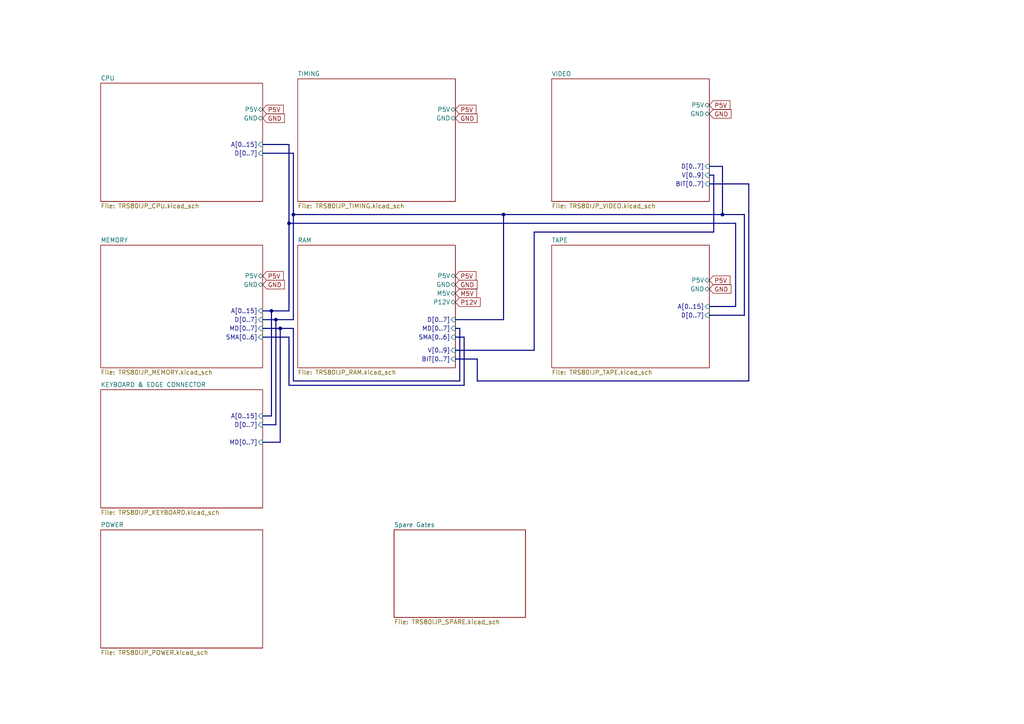
<source format=kicad_sch>
(kicad_sch (version 20221004) (generator eeschema)
  (paper "A4")
  (lib_symbols)
  (junction (at 146.05 62.23))
  (junction (at 80.01 92.71))
  (junction (at 78.74 90.17))
  (junction (at 85.09 62.23))
  (junction (at 209.55 62.23))
  (junction (at 81.28 95.25))
  (junction (at 83.82 64.77))
  (bus (pts (xy 205.74 53.34) (xy 217.17 53.34)))
  (bus (pts (xy 217.17 53.34) (xy 217.17 110.49)))
  (bus (pts (xy 85.09 110.49) (xy 133.35 110.49)))
  (bus (pts (xy 213.36 64.77) (xy 213.36 88.9)))
  (bus (pts (xy 83.82 111.76) (xy 134.62 111.76)))
  (bus (pts (xy 83.82 97.79) (xy 83.82 111.76)))
  (bus (pts (xy 213.36 88.9) (xy 205.74 88.9)))
  (bus (pts (xy 81.28 95.25) (xy 85.09 95.25)))
  (bus (pts (xy 133.35 110.49) (xy 133.35 95.25)))
  (bus (pts (xy 138.43 110.49) (xy 138.43 104.14)))
  (bus (pts (xy 207.01 67.31) (xy 207.01 50.8)))
  (bus (pts (xy 209.55 62.23) (xy 146.05 62.23)))
  (bus (pts (xy 85.09 44.45) (xy 76.2 44.45)))
  (bus (pts (xy 80.01 92.71) (xy 85.09 92.71)))
  (bus (pts (xy 78.74 120.65) (xy 78.74 90.17)))
  (bus (pts (xy 134.62 111.76) (xy 134.62 97.79)))
  (bus (pts (xy 81.28 128.27) (xy 81.28 95.25)))
  (bus (pts (xy 83.82 64.77) (xy 213.36 64.77)))
  (bus (pts (xy 215.9 62.23) (xy 209.55 62.23)))
  (bus (pts (xy 133.35 95.25) (xy 132.08 95.25)))
  (bus (pts (xy 76.2 128.27) (xy 81.28 128.27)))
  (bus (pts (xy 207.01 50.8) (xy 205.74 50.8)))
  (bus (pts (xy 76.2 95.25) (xy 81.28 95.25)))
  (bus (pts (xy 215.9 91.44) (xy 215.9 62.23)))
  (bus (pts (xy 76.2 97.79) (xy 83.82 97.79)))
  (bus (pts (xy 76.2 123.19) (xy 80.01 123.19)))
  (bus (pts (xy 132.08 92.71) (xy 146.05 92.71)))
  (bus (pts (xy 83.82 90.17) (xy 78.74 90.17)))
  (bus (pts (xy 217.17 110.49) (xy 138.43 110.49)))
  (bus (pts (xy 76.2 120.65) (xy 78.74 120.65)))
  (bus (pts (xy 146.05 62.23) (xy 85.09 62.23)))
  (bus (pts (xy 205.74 48.26) (xy 209.55 48.26)))
  (bus (pts (xy 85.09 62.23) (xy 85.09 44.45)))
  (bus (pts (xy 138.43 104.14) (xy 132.08 104.14)))
  (bus (pts (xy 209.55 48.26) (xy 209.55 62.23)))
  (bus (pts (xy 134.62 97.79) (xy 132.08 97.79)))
  (bus (pts (xy 146.05 92.71) (xy 146.05 62.23)))
  (bus (pts (xy 78.74 90.17) (xy 76.2 90.17)))
  (bus (pts (xy 205.74 91.44) (xy 215.9 91.44)))
  (bus (pts (xy 76.2 92.71) (xy 80.01 92.71)))
  (bus (pts (xy 83.82 41.91) (xy 83.82 64.77)))
  (bus (pts (xy 85.09 95.25) (xy 85.09 110.49)))
  (bus (pts (xy 76.2 41.91) (xy 83.82 41.91)))
  (bus (pts (xy 80.01 123.19) (xy 80.01 92.71)))
  (bus (pts (xy 154.94 101.6) (xy 154.94 67.31)))
  (bus (pts (xy 83.82 64.77) (xy 83.82 90.17)))
  (bus (pts (xy 132.08 101.6) (xy 154.94 101.6)))
  (bus (pts (xy 154.94 67.31) (xy 207.01 67.31)))
  (bus (pts (xy 85.09 92.71) (xy 85.09 62.23)))
  (global_label "GND" (shape input) (at 205.74 83.82 0) (property "Intersheetrefs" "${INTERSHEET_REFS}" (effects hide)))
  (global_label "GND" (shape input) (at 132.08 34.29 0) (property "Intersheetrefs" "${INTERSHEET_REFS}" (effects hide)))
  (global_label "P5V" (shape input) (at 76.2 31.75 0) (property "Intersheetrefs" "${INTERSHEET_REFS}" (effects hide)))
  (global_label "P5V" (shape input) (at 205.74 30.48 0) (property "Intersheetrefs" "${INTERSHEET_REFS}" (effects hide)))
  (global_label "GND" (shape input) (at 76.2 82.55 0) (property "Intersheetrefs" "${INTERSHEET_REFS}" (effects hide)))
  (global_label "P5V" (shape input) (at 76.2 80.01 0) (property "Intersheetrefs" "${INTERSHEET_REFS}" (effects hide)))
  (global_label "M5V" (shape input) (at 132.08 85.09 0) (property "Intersheetrefs" "${INTERSHEET_REFS}" (effects hide)))
  (global_label "P12V" (shape input) (at 132.08 87.63 0) (property "Intersheetrefs" "${INTERSHEET_REFS}" (effects hide)))
  (global_label "P5V" (shape input) (at 205.74 81.28 0) (property "Intersheetrefs" "${INTERSHEET_REFS}" (effects hide)))
  (global_label "P5V" (shape input) (at 132.08 80.01 0) (property "Intersheetrefs" "${INTERSHEET_REFS}" (effects hide)))
  (global_label "GND" (shape input) (at 76.2 34.29 0) (property "Intersheetrefs" "${INTERSHEET_REFS}" (effects hide)))
  (global_label "GND" (shape input) (at 132.08 82.55 0) (property "Intersheetrefs" "${INTERSHEET_REFS}" (effects hide)))
  (global_label "GND" (shape input) (at 205.74 33.02 0) (property "Intersheetrefs" "${INTERSHEET_REFS}" (effects hide)))
  (global_label "P5V" (shape input) (at 132.08 31.75 0) (property "Intersheetrefs" "${INTERSHEET_REFS}" (effects hide)))
  (sheet (at 29.21 24.13) (size 46.99 34.29) (stroke (width 0.1524))
    (property "Sheetname" "CPU" (at 29.21 23.4184 0) (effects (justify left bottom)))
    (property "Sheetfile" "TRS80IJP_CPU.kicad_sch" (at 29.21 59.0046 0) (effects (justify left top)))
    (pin "P5V" bidirectional (at 76.2 31.75 0))
    (pin "GND" bidirectional (at 76.2 34.29 0))
    (pin "D[0..7]" input (at 76.2 44.45 0))
    (pin "A[0..15]" input (at 76.2 41.91 0))
  )
  (sheet (at 86.36 22.86) (size 45.72 35.56) (stroke (width 0.1524))
    (property "Sheetname" "TIMING" (at 86.36 22.1484 0) (effects (justify left bottom)))
    (property "Sheetfile" "TRS80IJP_TIMING.kicad_sch" (at 86.36 59.0046 0) (effects (justify left top)))
    (pin "P5V" bidirectional (at 132.08 31.75 0))
    (pin "GND" bidirectional (at 132.08 34.29 0))
  )
  (sheet (at 29.21 153.67) (size 46.99 34.29) (stroke (width 0.1524))
    (property "Sheetname" "POWER" (at 29.21 152.9584 0) (effects (justify left bottom)))
    (property "Sheetfile" "TRS80IJP_POWER.kicad_sch" (at 29.21 188.5446 0) (effects (justify left top)))
  )
  (sheet (at 160.02 71.12) (size 45.72 35.56) (stroke (width 0.1524))
    (property "Sheetname" "TAPE" (at 160.02 70.4084 0) (effects (justify left bottom)))
    (property "Sheetfile" "TRS80IJP_TAPE.kicad_sch" (at 160.02 107.2646 0) (effects (justify left top)))
    (pin "GND" bidirectional (at 205.74 83.82 0))
    (pin "P5V" bidirectional (at 205.74 81.28 0))
    (pin "D[0..7]" input (at 205.74 91.44 0))
    (pin "A[0..15]" input (at 205.74 88.9 0))
  )
  (sheet (at 160.02 22.86) (size 45.72 35.56) (stroke (width 0.1524))
    (property "Sheetname" "VIDEO" (at 160.02 22.1484 0) (effects (justify left bottom)))
    (property "Sheetfile" "TRS80IJP_VIDEO.kicad_sch" (at 160.02 59.0046 0) (effects (justify left top)))
    (pin "GND" bidirectional (at 205.74 33.02 0))
    (pin "P5V" bidirectional (at 205.74 30.48 0))
    (pin "V[0..9]" input (at 205.74 50.8 0))
    (pin "BIT[0..7]" input (at 205.74 53.34 0))
    (pin "D[0..7]" input (at 205.74 48.26 0))
  )
  (sheet (at 29.21 71.12) (size 46.99 35.56) (stroke (width 0.1524))
    (property "Sheetname" "MEMORY" (at 29.21 70.4084 0) (effects (justify left bottom)))
    (property "Sheetfile" "TRS80IJP_MEMORY.kicad_sch" (at 29.21 107.2646 0) (effects (justify left top)))
    (pin "P5V" bidirectional (at 76.2 80.01 0))
    (pin "GND" bidirectional (at 76.2 82.55 0))
    (pin "D[0..7]" input (at 76.2 92.71 0))
    (pin "A[0..15]" input (at 76.2 90.17 0))
    (pin "MD[0..7]" input (at 76.2 95.25 0))
    (pin "SMA[0..6]" input (at 76.2 97.79 0))
  )
  (sheet (at 86.36 71.12) (size 45.72 35.56) (stroke (width 0.1524))
    (property "Sheetname" "RAM" (at 86.36 70.4084 0) (effects (justify left bottom)))
    (property "Sheetfile" "TRS80IJP_RAM.kicad_sch" (at 86.36 107.2646 0) (effects (justify left top)))
    (pin "GND" bidirectional (at 132.08 82.55 0))
    (pin "M5V" bidirectional (at 132.08 85.09 0))
    (pin "P5V" bidirectional (at 132.08 80.01 0))
    (pin "P12V" bidirectional (at 132.08 87.63 0))
    (pin "D[0..7]" input (at 132.08 92.71 0))
    (pin "SMA[0..6]" input (at 132.08 97.79 0))
    (pin "V[0..9]" input (at 132.08 101.6 0))
    (pin "BIT[0..7]" input (at 132.08 104.14 0))
    (pin "MD[0..7]" input (at 132.08 95.25 0))
  )
  (sheet (at 114.3 153.67) (size 38.1 25.4) (stroke (width 0.1524))
    (property "Sheetname" "Spare Gates" (at 114.3 152.9584 0) (effects (justify left bottom)))
    (property "Sheetfile" "TRS80IJP_SPARE.kicad_sch" (at 114.3 179.6546 0) (effects (justify left top)))
  )
  (sheet (at 29.21 113.03) (size 46.99 34.29) (stroke (width 0.1524))
    (property "Sheetname" "KEYBOARD & EDGE CONNECTOR" (at 29.21 112.3184 0) (effects (justify left bottom)))
    (property "Sheetfile" "TRS80IJP_KEYBOARD.kicad_sch" (at 29.21 147.9046 0) (effects (justify left top)))
    (pin "A[0..15]" input (at 76.2 120.65 0))
    (pin "D[0..7]" input (at 76.2 123.19 0))
    (pin "MD[0..7]" input (at 76.2 128.27 0))
  )
)
</source>
